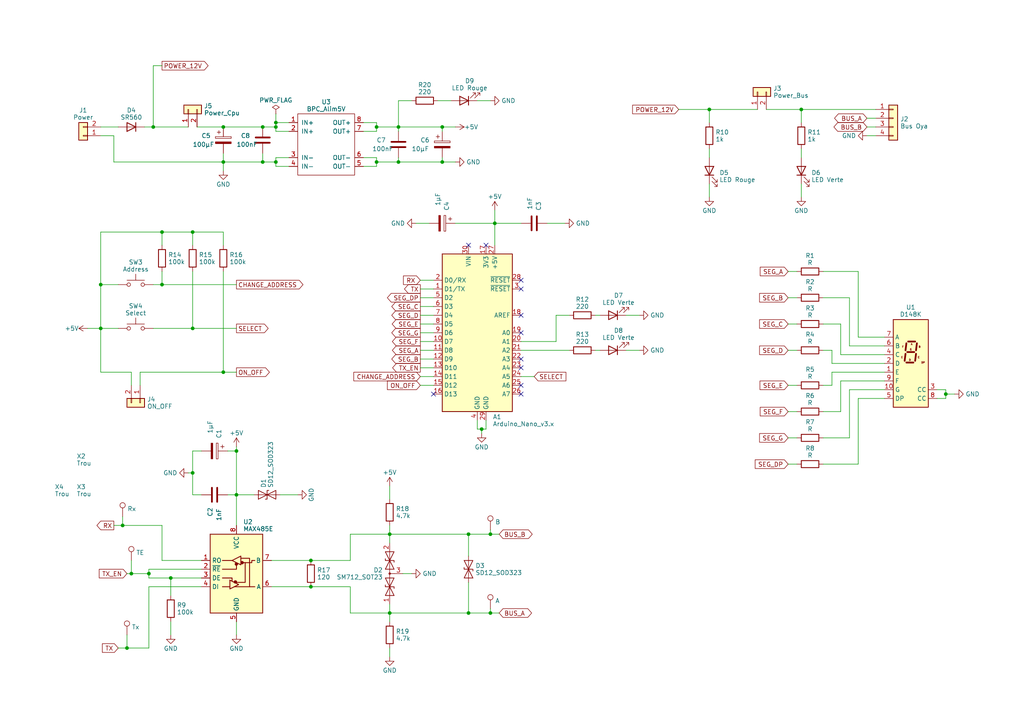
<source format=kicad_sch>
(kicad_sch (version 20230121) (generator eeschema)
  (paper "A4")
  (title_block (title "Carte testeur d'Oya") (date "2025-11-27") (rev "A0") (company "BPC") (comment 1 "Carte pour tester un Oya RS485") (comment 2 "Choix d'adresse + ON/OFF"))
  (lib_symbols
    (symbol "Connector:TestPoint" (pin_numbers hide) (pin_names (offset 0.762) hide)
      (property "Reference" "TP" (at 0 6.858 0))
      (property "Value" "TestPoint" (at 0 5.08 0))
      (symbol "TestPoint_1_1"
        (pin passive line (at 0 0 90) (length 2.54) (name "1") (number "1"))
      )
    )
    (symbol "Connector_Generic:Conn_01x02" (pin_names (offset 1.016) hide)
      (property "Reference" "J" (at 0 2.54 0))
      (property "Value" "Conn_01x02" (at 0 -5.08 0))
      (symbol "Conn_01x02_1_1"
        (pin passive line (at -5.08 0 0) (length 3.81) (name "Pin_1") (number "1"))
        (pin passive line (at -5.08 -2.54 0) (length 3.81) (name "Pin_2") (number "2"))
      )
    )
    (symbol "Connector_Generic:Conn_01x04" (pin_names (offset 1.016) hide)
      (property "Reference" "J" (at 0 5.08 0))
      (property "Value" "Conn_01x04" (at 0 -7.62 0))
      (symbol "Conn_01x04_1_1"
        (pin passive line (at -5.08 2.54 0) (length 3.81) (name "Pin_1") (number "1"))
        (pin passive line (at -5.08 0 0) (length 3.81) (name "Pin_2") (number "2"))
        (pin passive line (at -5.08 -2.54 0) (length 3.81) (name "Pin_3") (number "3"))
        (pin passive line (at -5.08 -5.08 0) (length 3.81) (name "Pin_4") (number "4"))
      )
    )
    (symbol "Device:C" (pin_numbers hide) (pin_names (offset 0.254))
      (property "Reference" "C" (at 0.635 2.54 0))
      (property "Value" "C" (at 0.635 -2.54 0))
      (symbol "C_1_1"
        (pin passive line (at 0 3.81 270) (length 2.794) (name "~") (number "1"))
        (pin passive line (at 0 -3.81 90) (length 2.794) (name "~") (number "2"))
      )
    )
    (symbol "Device:C_Polarized" (pin_numbers hide) (pin_names (offset 0.254))
      (property "Reference" "C" (at 0.635 2.54 0))
      (property "Value" "C_Polarized" (at 0.635 -2.54 0))
      (symbol "C_Polarized_1_1"
        (pin passive line (at 0 3.81 270) (length 2.794) (name "~") (number "1"))
        (pin passive line (at 0 -3.81 90) (length 2.794) (name "~") (number "2"))
      )
    )
    (symbol "Device:D" (pin_numbers hide) (pin_names (offset 1.016) hide)
      (property "Reference" "D" (at 0 2.54 0))
      (property "Value" "D" (at 0 -2.54 0))
      (symbol "D_1_1"
        (pin passive line (at -3.81 0 0) (length 2.54) (name "K") (number "1"))
        (pin passive line (at 3.81 0 180) (length 2.54) (name "A") (number "2"))
      )
    )
    (symbol "Device:LED" (pin_numbers hide) (pin_names (offset 1.016) hide)
      (property "Reference" "D" (at 0 2.54 0))
      (property "Value" "LED" (at 0 -2.54 0))
      (symbol "LED_1_1"
        (pin passive line (at -3.81 0 0) (length 2.54) (name "K") (number "1"))
        (pin passive line (at 3.81 0 180) (length 2.54) (name "A") (number "2"))
      )
    )
    (symbol "Device:R" (pin_numbers hide) (pin_names (offset 0))
      (property "Reference" "R" (at 2.032 0 90))
      (property "Value" "R" (at 0 0 90))
      (symbol "R_1_1"
        (pin passive line (at 0 3.81 270) (length 1.27) (name "~") (number "1"))
        (pin passive line (at 0 -3.81 90) (length 1.27) (name "~") (number "2"))
      )
    )
    (symbol "Diode:SD12_SOD323" (pin_numbers hide) (pin_names (offset 1.016) hide)
      (property "Reference" "D" (at 0 2.54 0))
      (property "Value" "SD12_SOD323" (at 0 -2.54 0))
      (symbol "SD12_SOD323_1_1"
        (pin passive line (at -3.81 0 0) (length 2.54) (name "A1") (number "1"))
        (pin passive line (at 3.81 0 180) (length 2.54) (name "A2") (number "2"))
      )
    )
    (symbol "Diode:SM712_SOT23" (pin_names (offset 1.016) hide)
      (property "Reference" "D" (at 0 4.445 0))
      (property "Value" "SM712_SOT23" (at 0 2.54 0))
      (symbol "SM712_SOT23_1_1"
        (pin passive line (at -8.89 0 0) (length 2.54) (name "A1") (number "1"))
        (pin passive line (at 8.89 0 180) (length 2.54) (name "A2") (number "2"))
        (pin input line (at 0 -3.81 90) (length 2.54) (name "common") (number "3"))
      )
    )
    (symbol "Switch:SW_Push" (pin_numbers hide) (pin_names (offset 1.016) hide)
      (property "Reference" "SW" (at 1.27 2.54 0))
      (property "Value" "SW_Push" (at 0 -1.524 0))
      (symbol "SW_Push_0_1"
        (pin passive line (at -5.08 0 0) (length 2.54) (name "1") (number "1"))
        (pin passive line (at 5.08 0 180) (length 2.54) (name "2") (number "2"))
      )
    )
    (symbol "bpc:Arduino_Nano_v3.x"
      (property "Reference" "A" (at -10.16 23.495 0))
      (property "Value" "Arduino_Nano_v3.x" (at 5.08 -24.13 0))
      (symbol "Arduino_Nano_v3.x_1_1"
        (pin bidirectional line (at -12.7 12.7 0) (length 2.54) (name "D1/TX") (number "1"))
        (pin bidirectional line (at -12.7 -2.54 0) (length 2.54) (name "D7") (number "10"))
        (pin bidirectional line (at -12.7 -5.08 0) (length 2.54) (name "D8") (number "11"))
        (pin bidirectional line (at -12.7 -7.62 0) (length 2.54) (name "D9") (number "12"))
        (pin bidirectional line (at -12.7 -10.16 0) (length 2.54) (name "D10") (number "13"))
        (pin bidirectional line (at -12.7 -12.7 0) (length 2.54) (name "D11") (number "14"))
        (pin bidirectional line (at -12.7 -15.24 0) (length 2.54) (name "D12") (number "15"))
        (pin bidirectional line (at -12.7 -17.78 0) (length 2.54) (name "D13") (number "16"))
        (pin power_out line (at 2.54 25.4 270) (length 2.54) (name "3V3") (number "17"))
        (pin input line (at 12.7 5.08 180) (length 2.54) (name "AREF") (number "18"))
        (pin bidirectional line (at 12.7 0 180) (length 2.54) (name "A0") (number "19"))
        (pin bidirectional line (at -12.7 15.24 0) (length 2.54) (name "D0/RX") (number "2"))
        (pin bidirectional line (at 12.7 -2.54 180) (length 2.54) (name "A1") (number "20"))
        (pin bidirectional line (at 12.7 -5.08 180) (length 2.54) (name "A2") (number "21"))
        (pin bidirectional line (at 12.7 -7.62 180) (length 2.54) (name "A3") (number "22"))
        (pin bidirectional line (at 12.7 -10.16 180) (length 2.54) (name "A4") (number "23"))
        (pin bidirectional line (at 12.7 -12.7 180) (length 2.54) (name "A5") (number "24"))
        (pin bidirectional line (at 12.7 -15.24 180) (length 2.54) (name "A6") (number "25"))
        (pin bidirectional line (at 12.7 -17.78 180) (length 2.54) (name "A7") (number "26"))
        (pin power_out line (at 5.08 25.4 270) (length 2.54) (name "+5V") (number "27"))
        (pin input line (at 12.7 15.24 180) (length 2.54) (name "~{RESET}") (number "28"))
        (pin power_in line (at 2.54 -25.4 90) (length 2.54) (name "GND") (number "29"))
        (pin input line (at 12.7 12.7 180) (length 2.54) (name "~{RESET}") (number "3"))
        (pin power_in line (at -2.54 25.4 270) (length 2.54) (name "VIN") (number "30"))
        (pin power_in line (at 0 -25.4 90) (length 2.54) (name "GND") (number "4"))
        (pin bidirectional line (at -12.7 10.16 0) (length 2.54) (name "D2") (number "5"))
        (pin bidirectional line (at -12.7 7.62 0) (length 2.54) (name "D3") (number "6"))
        (pin bidirectional line (at -12.7 5.08 0) (length 2.54) (name "D4") (number "7"))
        (pin bidirectional line (at -12.7 2.54 0) (length 2.54) (name "D5") (number "8"))
        (pin bidirectional line (at -12.7 0 0) (length 2.54) (name "D6") (number "9"))
      )
    )
    (symbol "bpc:BPC_7SEG_D148K"
      (property "Reference" "U" (at -2.54 13.97 0))
      (property "Value" "D148K" (at 1.27 13.97 0))
      (symbol "BPC_7SEG_D148K_0_0"
        (text "A" (at 0.254 5.588 0) (effects (font (size 0.508 0.508))))
        (text "B" (at 2.54 4.826 0) (effects (font (size 0.508 0.508))))
        (text "C" (at 2.286 1.778 0) (effects (font (size 0.508 0.508))))
        (text "D" (at -0.254 1.016 0) (effects (font (size 0.508 0.508))))
        (text "DP" (at 3.556 0.254 0) (effects (font (size 0.508 0.508))))
        (text "E" (at -2.54 1.778 0) (effects (font (size 0.508 0.508))))
        (text "F" (at -2.286 4.826 0) (effects (font (size 0.508 0.508))))
        (text "G" (at 0 4.064 0) (effects (font (size 0.508 0.508))))
      )
      (symbol "BPC_7SEG_D148K_1_1"
        (pin input line (at -7.62 -2.54 0) (length 2.54) (name "E") (number "1"))
        (pin input line (at -7.62 -7.62 0) (length 2.54) (name "G") (number "10"))
        (pin input line (at -7.62 0 0) (length 2.54) (name "D") (number "2"))
        (pin input line (at 7.62 -7.62 180) (length 2.54) (name "CC") (number "3"))
        (pin input line (at -7.62 2.54 0) (length 2.54) (name "C") (number "4"))
        (pin input line (at -7.62 -10.16 0) (length 2.54) (name "DP") (number "5"))
        (pin input line (at -7.62 5.08 0) (length 2.54) (name "B") (number "6"))
        (pin input line (at -7.62 7.62 0) (length 2.54) (name "A") (number "7"))
        (pin input line (at 7.62 -10.16 180) (length 2.54) (name "CC") (number "8"))
        (pin input line (at -7.62 -5.08 0) (length 2.54) (name "F") (number "9"))
      )
    )
    (symbol "bpc:BPC_Alim5V" (pin_names (offset 1.016))
      (property "Reference" "U" (at 6.35 6.35 0))
      (property "Value" "BPC_Alim5V" (at 11.43 3.81 0))
      (symbol "BPC_Alim5V_1_1"
        (pin power_in line (at -2.54 0 0) (length 2.54) (name "IN+") (number "1"))
        (pin power_in line (at -2.54 -2.54 0) (length 2.54) (name "IN+") (number "2"))
        (pin power_in line (at -2.54 -10.16 0) (length 2.54) (name "IN-") (number "3"))
        (pin power_in line (at -2.54 -12.7 0) (length 2.54) (name "IN-") (number "4"))
        (pin power_out line (at 19.05 -12.7 180) (length 2.54) (name "OUT-") (number "5"))
        (pin passive line (at 19.05 -10.16 180) (length 2.54) (name "OUT-") (number "6"))
        (pin passive line (at 19.05 -2.54 180) (length 2.54) (name "OUT+") (number "7"))
        (pin power_out line (at 19.05 0 180) (length 2.54) (name "OUT+") (number "8"))
      )
    )
    (symbol "bpc:BPC_MAX485E"
      (property "Reference" "U" (at -6.096 11.43 0))
      (property "Value" "MAX485E" (at 0.762 11.43 0))
      (property "Fabricant" "Analog Devices" (at 0 0 0))
      (property "Fournisseur" "Farnell" (at 0 0 0))
      (property "RefFabricant" "MAX485ESA+" (at 0 0 0))
      (property "RefFournisseur" "2519382" (at 0 0 0))
      (symbol "BPC_MAX485E_1_1"
        (pin output line (at -10.16 2.54 0) (length 2.54) (name "RO") (number "1"))
        (pin input line (at -10.16 0 0) (length 2.54) (name "~{RE}") (number "2"))
        (pin input line (at -10.16 -2.54 0) (length 2.54) (name "DE") (number "3"))
        (pin input line (at -10.16 -5.08 0) (length 2.54) (name "DI") (number "4"))
        (pin power_in line (at 0 -15.24 90) (length 2.54) (name "GND") (number "5"))
        (pin bidirectional line (at 10.16 -5.08 180) (length 2.54) (name "A") (number "6"))
        (pin bidirectional line (at 10.16 2.54 180) (length 2.54) (name "B") (number "7"))
        (pin power_in line (at 0 12.7 270) (length 2.54) (name "VCC") (number "8"))
      )
    )
    (symbol "bpc:BPC_TROU"
      (property "Reference" "X" (at 0 0 0))
      (property "Value" "Trou" (at 0 -1.27 0))
    )
    (symbol "power:+5V" (power) (pin_names (offset 0))
      (property "Value" "+5V" (at 0 3.556 0))
      (symbol "+5V_1_1"
        (pin power_in line (at 0 0 90) (length 0) hide (name "+5V") (number "1"))
      )
    )
    (symbol "power:GND" (power) (pin_names (offset 0))
      (property "Value" "GND" (at 0 -3.81 0))
      (symbol "GND_1_1"
        (pin power_in line (at 0 0 270) (length 0) hide (name "GND") (number "1"))
      )
    )
    (symbol "power:PWR_FLAG" (power) (pin_numbers hide) (pin_names (offset 0) hide)
      (property "Value" "PWR_FLAG" (at 0 3.81 0))
      (symbol "PWR_FLAG_0_0"
        (pin power_out line (at 0 0 90) (length 0) (name "pwr") (number "1"))
      )
    )
  )
  (junction (at 76.2 36.83))
  (junction (at 90.17 170.18))
  (junction (at 128.27 46.99))
  (junction (at 205.74 31.75))
  (junction (at 135.89 177.8))
  (junction (at 46.99 67.31))
  (junction (at 55.88 67.31))
  (junction (at 76.2 46.99))
  (junction (at 36.83 187.96))
  (junction (at 80.01 35.56))
  (junction (at 38.1 166.37))
  (junction (at 113.03 154.94))
  (junction (at 232.41 31.75))
  (junction (at 64.77 36.83))
  (junction (at 55.88 137.16))
  (junction (at 109.22 36.83))
  (junction (at 139.7 124.46))
  (junction (at 115.57 36.83))
  (junction (at 142.24 154.94))
  (junction (at 64.77 107.95))
  (junction (at 68.58 130.81))
  (junction (at 68.58 143.51))
  (junction (at 135.89 154.94))
  (junction (at 90.17 162.56))
  (junction (at 49.53 167.64))
  (junction (at 29.21 95.25))
  (junction (at 274.32 114.3))
  (junction (at 55.88 95.25))
  (junction (at 142.24 177.8))
  (junction (at 80.01 36.83))
  (junction (at 44.45 36.83))
  (junction (at 64.77 46.99))
  (junction (at 109.22 46.99))
  (junction (at 113.03 177.8))
  (junction (at 115.57 46.99))
  (junction (at 46.99 82.55))
  (junction (at 43.18 166.37))
  (junction (at 29.21 82.55))
  (junction (at 80.01 46.99))
  (junction (at 128.27 36.83))
  (junction (at 143.51 64.77))
  (junction (at 35.56 152.4))
  (no_connect (at 151.13 91.44))
  (no_connect (at 151.13 106.68))
  (no_connect (at 151.13 83.82))
  (no_connect (at 151.13 104.14))
  (no_connect (at 125.73 114.3))
  (no_connect (at 151.13 96.52))
  (no_connect (at 140.97 71.12))
  (no_connect (at 151.13 81.28))
  (no_connect (at 151.13 114.3))
  (no_connect (at 151.13 111.76))
  (no_connect (at 135.89 71.12))
  (wire (pts (xy 121.92 93.98) (xy 125.73 93.98)))
  (wire (pts (xy 248.92 78.74) (xy 238.76 78.74)))
  (wire (pts (xy 232.41 31.75) (xy 232.41 35.56)))
  (wire (pts (xy 25.4 95.25) (xy 29.21 95.25)))
  (wire (pts (xy 44.45 82.55) (xy 46.99 82.55)))
  (wire (pts (xy 58.42 143.51) (xy 55.88 143.51)))
  (wire (pts (xy 101.6 177.8) (xy 101.6 170.18)))
  (wire (pts (xy 49.53 167.64) (xy 58.42 167.64)))
  (wire (pts (xy 68.58 143.51) (xy 68.58 152.4)))
  (wire (pts (xy 105.41 35.56) (xy 109.22 35.56)))
  (wire (pts (xy 115.57 36.83) (xy 115.57 38.1)))
  (wire (pts (xy 78.74 170.18) (xy 90.17 170.18)))
  (wire (pts (xy 46.99 82.55) (xy 46.99 78.74)))
  (wire (pts (xy 80.01 45.72) (xy 83.82 45.72)))
  (wire (pts (xy 243.84 102.87) (xy 243.84 93.98)))
  (wire (pts (xy 248.92 115.57) (xy 256.54 115.57)))
  (wire (pts (xy 78.74 162.56) (xy 90.17 162.56)))
  (wire (pts (xy 44.45 95.25) (xy 55.88 95.25)))
  (wire (pts (xy 80.01 46.99) (xy 80.01 45.72)))
  (wire (pts (xy 64.77 36.83) (xy 76.2 36.83)))
  (wire (pts (xy 196.85 31.75) (xy 205.74 31.75)))
  (wire (pts (xy 256.54 113.03) (xy 246.38 113.03)))
  (wire (pts (xy 121.92 111.76) (xy 125.73 111.76)))
  (wire (pts (xy 161.29 91.44) (xy 165.1 91.44)))
  (wire (pts (xy 58.42 162.56) (xy 46.99 162.56)))
  (wire (pts (xy 83.82 38.1) (xy 80.01 38.1)))
  (wire (pts (xy 105.41 38.1) (xy 109.22 38.1)))
  (wire (pts (xy 66.04 143.51) (xy 68.58 143.51)))
  (wire (pts (xy 205.74 31.75) (xy 205.74 35.56)))
  (wire (pts (xy 121.92 109.22) (xy 125.73 109.22)))
  (wire (pts (xy 228.6 93.98) (xy 231.14 93.98)))
  (wire (pts (xy 43.18 166.37) (xy 43.18 167.64)))
  (wire (pts (xy 105.41 45.72) (xy 109.22 45.72)))
  (wire (pts (xy 121.92 96.52) (xy 125.73 96.52)))
  (wire (pts (xy 43.18 165.1) (xy 58.42 165.1)))
  (wire (pts (xy 57.15 36.83) (xy 64.77 36.83)))
  (wire (pts (xy 81.28 143.51) (xy 86.36 143.51)))
  (wire (pts (xy 128.27 36.83) (xy 128.27 38.1)))
  (wire (pts (xy 135.89 154.94) (xy 142.24 154.94)))
  (wire (pts (xy 121.92 99.06) (xy 125.73 99.06)))
  (wire (pts (xy 113.03 177.8) (xy 135.89 177.8)))
  (wire (pts (xy 143.51 64.77) (xy 143.51 71.12)))
  (wire (pts (xy 36.83 187.96) (xy 43.18 187.96)))
  (wire (pts (xy 241.3 101.6) (xy 238.76 101.6)))
  (wire (pts (xy 256.54 97.79) (xy 248.92 97.79)))
  (wire (pts (xy 64.77 67.31) (xy 64.77 71.12)))
  (wire (pts (xy 135.89 154.94) (xy 135.89 161.29)))
  (wire (pts (xy 228.6 101.6) (xy 231.14 101.6)))
  (wire (pts (xy 246.38 100.33) (xy 246.38 86.36)))
  (wire (pts (xy 113.03 175.26) (xy 113.03 177.8)))
  (wire (pts (xy 29.21 82.55) (xy 29.21 67.31)))
  (wire (pts (xy 113.03 140.97) (xy 113.03 144.78)))
  (wire (pts (xy 101.6 154.94) (xy 113.03 154.94)))
  (wire (pts (xy 115.57 46.99) (xy 128.27 46.99)))
  (wire (pts (xy 142.24 177.8) (xy 144.78 177.8)))
  (wire (pts (xy 68.58 143.51) (xy 73.66 143.51)))
  (wire (pts (xy 205.74 53.34) (xy 205.74 57.15)))
  (wire (pts (xy 29.21 107.95) (xy 38.1 107.95)))
  (wire (pts (xy 101.6 162.56) (xy 101.6 154.94)))
  (wire (pts (xy 55.88 95.25) (xy 55.88 78.74)))
  (wire (pts (xy 228.6 127) (xy 231.14 127)))
  (wire (pts (xy 109.22 46.99) (xy 115.57 46.99)))
  (wire (pts (xy 121.92 88.9) (xy 125.73 88.9)))
  (wire (pts (xy 113.03 154.94) (xy 113.03 157.48)))
  (wire (pts (xy 158.75 64.77) (xy 163.83 64.77)))
  (wire (pts (xy 44.45 36.83) (xy 54.61 36.83)))
  (wire (pts (xy 33.02 39.37) (xy 29.21 39.37)))
  (wire (pts (xy 40.64 107.95) (xy 64.77 107.95)))
  (wire (pts (xy 29.21 107.95) (xy 29.21 95.25)))
  (wire (pts (xy 138.43 29.21) (xy 142.24 29.21)))
  (wire (pts (xy 115.57 36.83) (xy 128.27 36.83)))
  (wire (pts (xy 205.74 31.75) (xy 219.71 31.75)))
  (wire (pts (xy 246.38 127) (xy 238.76 127)))
  (wire (pts (xy 128.27 45.72) (xy 128.27 46.99)))
  (wire (pts (xy 132.08 64.77) (xy 143.51 64.77)))
  (wire (pts (xy 43.18 167.64) (xy 49.53 167.64)))
  (wire (pts (xy 142.24 154.94) (xy 144.78 154.94)))
  (wire (pts (xy 135.89 168.91) (xy 135.89 177.8)))
  (wire (pts (xy 29.21 95.25) (xy 34.29 95.25)))
  (wire (pts (xy 172.72 101.6) (xy 173.99 101.6)))
  (wire (pts (xy 222.25 31.75) (xy 232.41 31.75)))
  (wire (pts (xy 246.38 86.36) (xy 238.76 86.36)))
  (wire (pts (xy 248.92 97.79) (xy 248.92 78.74)))
  (wire (pts (xy 181.61 101.6) (xy 185.42 101.6)))
  (wire (pts (xy 115.57 29.21) (xy 115.57 36.83)))
  (wire (pts (xy 55.88 67.31) (xy 55.88 71.12)))
  (wire (pts (xy 121.92 101.6) (xy 125.73 101.6)))
  (wire (pts (xy 109.22 45.72) (xy 109.22 46.99)))
  (wire (pts (xy 38.1 111.76) (xy 38.1 107.95)))
  (wire (pts (xy 80.01 36.83) (xy 80.01 35.56)))
  (wire (pts (xy 115.57 45.72) (xy 115.57 46.99)))
  (wire (pts (xy 228.6 134.62) (xy 231.14 134.62)))
  (wire (pts (xy 274.32 115.57) (xy 271.78 115.57)))
  (wire (pts (xy 109.22 36.83) (xy 115.57 36.83)))
  (wire (pts (xy 33.02 46.99) (xy 33.02 39.37)))
  (wire (pts (xy 105.41 48.26) (xy 109.22 48.26)))
  (wire (pts (xy 161.29 91.44) (xy 161.29 99.06)))
  (wire (pts (xy 143.51 60.96) (xy 143.51 64.77)))
  (wire (pts (xy 64.77 46.99) (xy 64.77 49.53)))
  (wire (pts (xy 246.38 113.03) (xy 246.38 127)))
  (wire (pts (xy 172.72 91.44) (xy 173.99 91.44)))
  (wire (pts (xy 76.2 36.83) (xy 80.01 36.83)))
  (wire (pts (xy 241.3 111.76) (xy 238.76 111.76)))
  (wire (pts (xy 29.21 67.31) (xy 46.99 67.31)))
  (wire (pts (xy 161.29 99.06) (xy 151.13 99.06)))
  (wire (pts (xy 90.17 170.18) (xy 101.6 170.18)))
  (wire (pts (xy 43.18 170.18) (xy 58.42 170.18)))
  (wire (pts (xy 256.54 100.33) (xy 246.38 100.33)))
  (wire (pts (xy 241.3 105.41) (xy 241.3 101.6)))
  (wire (pts (xy 113.03 154.94) (xy 135.89 154.94)))
  (wire (pts (xy 243.84 93.98) (xy 238.76 93.98)))
  (wire (pts (xy 33.02 152.4) (xy 35.56 152.4)))
  (wire (pts (xy 109.22 38.1) (xy 109.22 36.83)))
  (wire (pts (xy 68.58 129.54) (xy 68.58 130.81)))
  (wire (pts (xy 64.77 46.99) (xy 76.2 46.99)))
  (wire (pts (xy 121.92 106.68) (xy 125.73 106.68)))
  (wire (pts (xy 38.1 162.56) (xy 38.1 166.37)))
  (wire (pts (xy 238.76 119.38) (xy 243.84 119.38)))
  (wire (pts (xy 143.51 64.77) (xy 151.13 64.77)))
  (wire (pts (xy 46.99 19.05) (xy 44.45 19.05)))
  (wire (pts (xy 251.46 36.83) (xy 254 36.83)))
  (wire (pts (xy 80.01 35.56) (xy 83.82 35.56)))
  (wire (pts (xy 127 29.21) (xy 130.81 29.21)))
  (wire (pts (xy 251.46 34.29) (xy 254 34.29)))
  (wire (pts (xy 38.1 166.37) (xy 43.18 166.37)))
  (wire (pts (xy 228.6 111.76) (xy 231.14 111.76)))
  (wire (pts (xy 238.76 134.62) (xy 248.92 134.62)))
  (wire (pts (xy 228.6 86.36) (xy 231.14 86.36)))
  (wire (pts (xy 121.92 104.14) (xy 125.73 104.14)))
  (wire (pts (xy 29.21 36.83) (xy 34.29 36.83)))
  (wire (pts (xy 36.83 166.37) (xy 38.1 166.37)))
  (wire (pts (xy 232.41 53.34) (xy 232.41 57.15)))
  (wire (pts (xy 34.29 187.96) (xy 36.83 187.96)))
  (wire (pts (xy 113.03 152.4) (xy 113.03 154.94)))
  (wire (pts (xy 43.18 187.96) (xy 43.18 170.18)))
  (wire (pts (xy 120.65 64.77) (xy 124.46 64.77)))
  (wire (pts (xy 80.01 38.1) (xy 80.01 36.83)))
  (wire (pts (xy 68.58 130.81) (xy 68.58 143.51)))
  (wire (pts (xy 46.99 152.4) (xy 46.99 162.56)))
  (wire (pts (xy 228.6 119.38) (xy 231.14 119.38)))
  (wire (pts (xy 44.45 19.05) (xy 44.45 36.83)))
  (wire (pts (xy 228.6 78.74) (xy 231.14 78.74)))
  (wire (pts (xy 135.89 177.8) (xy 142.24 177.8)))
  (wire (pts (xy 36.83 184.15) (xy 36.83 187.96)))
  (wire (pts (xy 55.88 137.16) (xy 55.88 130.81)))
  (wire (pts (xy 55.88 143.51) (xy 55.88 137.16)))
  (wire (pts (xy 55.88 130.81) (xy 58.42 130.81)))
  (wire (pts (xy 140.97 124.46) (xy 140.97 121.92)))
  (wire (pts (xy 256.54 107.95) (xy 241.3 107.95)))
  (wire (pts (xy 76.2 46.99) (xy 80.01 46.99)))
  (wire (pts (xy 274.32 114.3) (xy 274.32 115.57)))
  (wire (pts (xy 139.7 124.46) (xy 138.43 124.46)))
  (wire (pts (xy 121.92 91.44) (xy 125.73 91.44)))
  (wire (pts (xy 33.02 46.99) (xy 64.77 46.99)))
  (wire (pts (xy 64.77 107.95) (xy 64.77 78.74)))
  (wire (pts (xy 232.41 43.18) (xy 232.41 45.72)))
  (wire (pts (xy 80.01 48.26) (xy 80.01 46.99)))
  (wire (pts (xy 115.57 29.21) (xy 119.38 29.21)))
  (wire (pts (xy 121.92 83.82) (xy 125.73 83.82)))
  (wire (pts (xy 274.32 114.3) (xy 276.86 114.3)))
  (wire (pts (xy 128.27 36.83) (xy 132.08 36.83)))
  (wire (pts (xy 151.13 101.6) (xy 165.1 101.6)))
  (wire (pts (xy 241.3 107.95) (xy 241.3 111.76)))
  (wire (pts (xy 83.82 48.26) (xy 80.01 48.26)))
  (wire (pts (xy 116.84 166.37) (xy 119.38 166.37)))
  (wire (pts (xy 121.92 86.36) (xy 125.73 86.36)))
  (wire (pts (xy 243.84 110.49) (xy 256.54 110.49)))
  (wire (pts (xy 90.17 162.56) (xy 101.6 162.56)))
  (wire (pts (xy 35.56 149.86) (xy 35.56 152.4)))
  (wire (pts (xy 55.88 95.25) (xy 68.58 95.25)))
  (wire (pts (xy 29.21 95.25) (xy 29.21 82.55)))
  (wire (pts (xy 54.61 137.16) (xy 55.88 137.16)))
  (wire (pts (xy 109.22 35.56) (xy 109.22 36.83)))
  (wire (pts (xy 113.03 177.8) (xy 113.03 180.34)))
  (wire (pts (xy 142.24 153.67) (xy 142.24 154.94)))
  (wire (pts (xy 66.04 130.81) (xy 68.58 130.81)))
  (wire (pts (xy 181.61 91.44) (xy 185.42 91.44)))
  (wire (pts (xy 248.92 134.62) (xy 248.92 115.57)))
  (wire (pts (xy 271.78 113.03) (xy 274.32 113.03)))
  (wire (pts (xy 49.53 180.34) (xy 49.53 184.15)))
  (wire (pts (xy 68.58 180.34) (xy 68.58 184.15)))
  (wire (pts (xy 274.32 113.03) (xy 274.32 114.3)))
  (wire (pts (xy 64.77 44.45) (xy 64.77 46.99)))
  (wire (pts (xy 251.46 39.37) (xy 254 39.37)))
  (wire (pts (xy 46.99 67.31) (xy 46.99 71.12)))
  (wire (pts (xy 35.56 152.4) (xy 46.99 152.4)))
  (wire (pts (xy 113.03 187.96) (xy 113.03 190.5)))
  (wire (pts (xy 139.7 125.73) (xy 139.7 124.46)))
  (wire (pts (xy 76.2 44.45) (xy 76.2 46.99)))
  (wire (pts (xy 232.41 31.75) (xy 254 31.75)))
  (wire (pts (xy 243.84 119.38) (xy 243.84 110.49)))
  (wire (pts (xy 109.22 48.26) (xy 109.22 46.99)))
  (wire (pts (xy 256.54 105.41) (xy 241.3 105.41)))
  (wire (pts (xy 49.53 167.64) (xy 49.53 172.72)))
  (wire (pts (xy 80.01 33.02) (xy 80.01 35.56)))
  (wire (pts (xy 41.91 36.83) (xy 44.45 36.83)))
  (wire (pts (xy 64.77 107.95) (xy 68.58 107.95)))
  (wire (pts (xy 46.99 82.55) (xy 68.58 82.55)))
  (wire (pts (xy 46.99 67.31) (xy 55.88 67.31)))
  (wire (pts (xy 113.03 177.8) (xy 101.6 177.8)))
  (wire (pts (xy 151.13 109.22) (xy 154.94 109.22)))
  (wire (pts (xy 121.92 81.28) (xy 125.73 81.28)))
  (wire (pts (xy 256.54 102.87) (xy 243.84 102.87)))
  (wire (pts (xy 29.21 82.55) (xy 34.29 82.55)))
  (wire (pts (xy 139.7 124.46) (xy 140.97 124.46)))
  (wire (pts (xy 55.88 67.31) (xy 64.77 67.31)))
  (wire (pts (xy 40.64 111.76) (xy 40.64 107.95)))
  (wire (pts (xy 138.43 124.46) (xy 138.43 121.92)))
  (wire (pts (xy 205.74 43.18) (xy 205.74 45.72)))
  (wire (pts (xy 43.18 165.1) (xy 43.18 166.37)))
  (wire (pts (xy 128.27 46.99) (xy 132.08 46.99)))
  (wire (pts (xy 142.24 176.53) (xy 142.24 177.8)))
  (global_label "POWER_12V" (shape input) (at 196.85 31.75 180) (property "Intersheetrefs" "${INTERSHEET_REFS}" (effects hide)))
  (global_label "SEG_G" (shape output) (at 121.92 96.52 180) (property "Intersheetrefs" "${INTERSHEET_REFS}" (effects hide)))
  (global_label "SEG_D" (shape output) (at 121.92 91.44 180) (property "Intersheetrefs" "${INTERSHEET_REFS}" (effects hide)))
  (global_label "TX" (shape output) (at 121.92 83.82 180) (property "Intersheetrefs" "${INTERSHEET_REFS}" (effects hide)))
  (global_label "RX" (shape output) (at 33.02 152.4 180) (property "Intersheetrefs" "${INTERSHEET_REFS}" (effects hide)))
  (global_label "CHANGE_ADDRESS" (shape output) (at 68.58 82.55 0) (property "Intersheetrefs" "${INTERSHEET_REFS}" (effects hide)))
  (global_label "ON_OFF" (shape output) (at 68.58 107.95 0) (property "Intersheetrefs" "${INTERSHEET_REFS}" (effects hide)))
  (global_label "SELECT" (shape input) (at 154.94 109.22 0) (property "Intersheetrefs" "${INTERSHEET_REFS}" (effects hide)))
  (global_label "SEG_F" (shape output) (at 121.92 99.06 180) (property "Intersheetrefs" "${INTERSHEET_REFS}" (effects hide)))
  (global_label "SEG_C" (shape input) (at 228.6 93.98 180) (property "Intersheetrefs" "${INTERSHEET_REFS}" (effects hide)))
  (global_label "BUS_A" (shape tri_state) (at 251.46 34.29 180) (property "Intersheetrefs" "${INTERSHEET_REFS}" (effects hide)))
  (global_label "SEG_DP" (shape output) (at 121.92 86.36 180) (property "Intersheetrefs" "${INTERSHEET_REFS}" (effects hide)))
  (global_label "SEG_A" (shape input) (at 228.6 78.74 180) (property "Intersheetrefs" "${INTERSHEET_REFS}" (effects hide)))
  (global_label "RX" (shape input) (at 121.92 81.28 180) (property "Intersheetrefs" "${INTERSHEET_REFS}" (effects hide)))
  (global_label "SEG_DP" (shape input) (at 228.6 134.62 180) (property "Intersheetrefs" "${INTERSHEET_REFS}" (effects hide)))
  (global_label "TX" (shape input) (at 34.29 187.96 180) (property "Intersheetrefs" "${INTERSHEET_REFS}" (effects hide)))
  (global_label "TX_EN" (shape output) (at 121.92 106.68 180) (property "Intersheetrefs" "${INTERSHEET_REFS}" (effects hide)))
  (global_label "ON_OFF" (shape input) (at 121.92 111.76 180) (property "Intersheetrefs" "${INTERSHEET_REFS}" (effects hide)))
  (global_label "SEG_G" (shape input) (at 228.6 127 180) (property "Intersheetrefs" "${INTERSHEET_REFS}" (effects hide)))
  (global_label "SEG_B" (shape input) (at 228.6 86.36 180) (property "Intersheetrefs" "${INTERSHEET_REFS}" (effects hide)))
  (global_label "TX_EN" (shape input) (at 36.83 166.37 180) (property "Intersheetrefs" "${INTERSHEET_REFS}" (effects hide)))
  (global_label "SEG_B" (shape output) (at 121.92 104.14 180) (property "Intersheetrefs" "${INTERSHEET_REFS}" (effects hide)))
  (global_label "SEG_C" (shape output) (at 121.92 88.9 180) (property "Intersheetrefs" "${INTERSHEET_REFS}" (effects hide)))
  (global_label "SELECT" (shape output) (at 68.58 95.25 0) (property "Intersheetrefs" "${INTERSHEET_REFS}" (effects hide)))
  (global_label "BUS_B" (shape tri_state) (at 251.46 36.83 180) (property "Intersheetrefs" "${INTERSHEET_REFS}" (effects hide)))
  (global_label "CHANGE_ADDRESS" (shape input) (at 121.92 109.22 180) (property "Intersheetrefs" "${INTERSHEET_REFS}" (effects hide)))
  (global_label "BUS_A" (shape tri_state) (at 144.78 177.8 0) (property "Intersheetrefs" "${INTERSHEET_REFS}" (effects hide)))
  (global_label "SEG_F" (shape input) (at 228.6 119.38 180) (property "Intersheetrefs" "${INTERSHEET_REFS}" (effects hide)))
  (global_label "POWER_12V" (shape output) (at 46.99 19.05 0) (property "Intersheetrefs" "${INTERSHEET_REFS}" (effects hide)))
  (global_label "SEG_D" (shape input) (at 228.6 101.6 180) (property "Intersheetrefs" "${INTERSHEET_REFS}" (effects hide)))
  (global_label "BUS_B" (shape tri_state) (at 144.78 154.94 0) (property "Intersheetrefs" "${INTERSHEET_REFS}" (effects hide)))
  (global_label "SEG_E" (shape input) (at 228.6 111.76 180) (property "Intersheetrefs" "${INTERSHEET_REFS}" (effects hide)))
  (global_label "SEG_A" (shape output) (at 121.92 101.6 180) (property "Intersheetrefs" "${INTERSHEET_REFS}" (effects hide)))
  (global_label "SEG_E" (shape output) (at 121.92 93.98 180) (property "Intersheetrefs" "${INTERSHEET_REFS}" (effects hide)))
  (symbol (lib_id "Connector_Generic:Conn_01x02") (at 219.71 26.67 90) (unit 1)
    (property "Reference" "J3" (at 224.282 25.646 90) (effects (justify right)))
    (property "Value" "Power_Bus" (at 224.282 27.694 90) (effects (justify right)))
    (property "Footprint" "Connector_PinHeader_2.54mm:PinHeader_1x02_P2.54mm_Vertical" (effects hide))
  )
  (symbol (lib_id "power:GND") (at 132.08 46.99 90) (unit 1)
    (property "Reference" "#PWR013" (effects hide))
    (property "Value" "GND" (at 135.255 46.99 90) (effects (justify right)))
  )
  (symbol (lib_id "Device:R") (at 168.91 101.6 90) (unit 1)
    (property "Reference" "R13" (at 168.91 97.004 90))
    (property "Value" "220" (at 168.91 99.052 90))
    (property "Footprint" "Resistor_SMD:R_0805_2012Metric_Pad1.20x1.40mm_HandSolder" (effects hide))
    (property "RefFabricant" "MCHVR05JTEW1003" (effects hide))
    (property "RefFournisseur" "2826073" (effects hide))
    (property "Fabricant" "MULTICOMP PRO" (effects hide))
    (property "Fournisseur" "Farnell" (effects hide))
    (property "Description" "Résistance 100 kOhms" (effects hide))
    (property "Price" "0,0522" (effects hide))
  )
  (symbol (lib_id "Device:LED") (at 232.41 49.53 90) (unit 1)
    (property "Reference" "D6" (at 235.331 50.0935 90) (effects (justify right)))
    (property "Value" "LED Verte" (at 235.331 52.1415 90) (effects (justify right)))
    (property "Footprint" "LED_THT:LED_D3.0mm_FlatTop" (effects hide))
  )
  (symbol (lib_id "power:GND") (at 86.36 143.51 90) (unit 1)
    (property "Reference" "#PWR06" (effects hide))
    (property "Value" "GND" (at 90.305 143.51 0))
  )
  (symbol (lib_id "Switch:SW_Push") (at 39.37 82.55 0) (unit 1)
    (property "Reference" "SW3" (at 39.37 76.049 0))
    (property "Value" "Address" (at 39.37 78.097 0))
    (property "Footprint" "Button_Switch_THT:SW_PUSH_6mm" (effects hide))
  )
  (symbol (lib_id "power:GND") (at 185.42 101.6 90) (unit 1)
    (property "Reference" "#PWR019" (effects hide))
    (property "Value" "GND" (at 188.595 101.6 90) (effects (justify right)))
  )
  (symbol (lib_id "Device:C_Polarized") (at 128.27 64.77 270) (unit 1)
    (property "Reference" "C4" (at 129.54 58.42 0) (effects (justify left)))
    (property "Value" "1µF" (at 127 55.88 0) (effects (justify left)))
    (property "Footprint" "Capacitor_SMD:C_0805_2012Metric_Pad1.18x1.45mm_HandSolder" (effects hide))
    (property "RefFabricant" "C0603C104K1RACTU" (effects hide))
    (property "RefFournisseur" "4199453" (effects hide))
    (property "Fabricant" "KEMET" (effects hide))
    (property "Fournisseur" "Farnell" (effects hide))
    (property "Description" "Condensateur céramique 100nF" (effects hide))
    (property "Price" "0,42" (effects hide))
  )
  (symbol (lib_id "bpc:BPC_7SEG_D148K") (at 264.16 105.41 0) (unit 1)
    (property "Reference" "U1" (at 264.16 89.13 0))
    (property "Value" "D148K" (at 264.16 91.178 0))
    (property "Footprint" "bpc:BPC_7SEG_D1X8K" (effects hide))
    (property "Datasheet" "https://ia800903.us.archive.org/24/items/CTKD1x8K/Cromatek%20D168K.pdf" (effects hide))
  )
  (symbol (lib_id "Device:LED") (at 177.8 101.6 180) (unit 1)
    (property "Reference" "D8" (at 179.3875 95.861 0))
    (property "Value" "LED Verte" (at 179.3875 97.909 0))
    (property "Footprint" "LED_THT:LED_D3.0mm_FlatTop" (effects hide))
  )
  (symbol (lib_id "Device:R") (at 46.99 74.93 0) (unit 1)
    (property "Reference" "R14" (at 48.768 73.906 0) (effects (justify left)))
    (property "Value" "100k" (at 48.768 75.954 0) (effects (justify left)))
    (property "Footprint" "Resistor_SMD:R_0805_2012Metric_Pad1.20x1.40mm_HandSolder" (effects hide))
    (property "RefFabricant" "MCHVR05JTEW1003" (effects hide))
    (property "RefFournisseur" "2826073" (effects hide))
    (property "Fabricant" "MULTICOMP PRO" (effects hide))
    (property "Fournisseur" "Farnell" (effects hide))
    (property "Description" "Résistance 100 kOhms" (effects hide))
    (property "Price" "0,0522" (effects hide))
  )
  (symbol (lib_id "power:GND") (at 185.42 91.44 90) (unit 1)
    (property "Reference" "#PWR018" (effects hide))
    (property "Value" "GND" (at 188.595 91.44 90) (effects (justify right)))
  )
  (symbol (lib_id "Switch:SW_Push") (at 39.37 95.25 0) (unit 1)
    (property "Reference" "SW4" (at 39.37 88.749 0))
    (property "Value" "Select" (at 39.37 90.797 0))
    (property "Footprint" "Button_Switch_THT:SW_PUSH_6mm" (effects hide))
  )
  (symbol (lib_id "Device:C") (at 115.57 41.91 0) (unit 1)
    (property "Reference" "C7" (at 109.22 40.64 0) (effects (justify left)))
    (property "Value" "100nF" (at 107.95 43.18 0) (effects (justify left)))
    (property "Footprint" "Capacitor_SMD:C_0805_2012Metric_Pad1.18x1.45mm_HandSolder" (effects hide))
    (property "RefFabricant" "C0603C104K1RACTU" (effects hide))
    (property "RefFournisseur" "4199453" (effects hide))
    (property "Fabricant" "KEMET" (effects hide))
    (property "Fournisseur" "Farnell" (effects hide))
    (property "Description" "Condensateur céramique 100nF" (effects hide))
    (property "Price" "0,42" (effects hide))
  )
  (symbol (lib_id "Device:C_Polarized") (at 64.77 40.64 0) (unit 1)
    (property "Reference" "C5" (at 58.42 39.37 0) (effects (justify left)))
    (property "Value" "100µF" (at 55.88 41.91 0) (effects (justify left)))
    (property "Footprint" "Capacitor_THT:CP_Radial_D8.0mm_P3.50mm" (effects hide))
    (property "RefFabricant" "C0603C104K1RACTU" (effects hide))
    (property "RefFournisseur" "4199453" (effects hide))
    (property "Fabricant" "KEMET" (effects hide))
    (property "Fournisseur" "Farnell" (effects hide))
    (property "Description" "Condensateur céramique 100nF" (effects hide))
    (property "Price" "0,42" (effects hide))
  )
  (symbol (lib_id "power:PWR_FLAG") (at 80.01 33.02 0) (unit 1)
    (property "Reference" "#FLG01" (effects hide))
    (property "Value" "PWR_FLAG" (at 80.01 29.075 0))
  )
  (symbol (lib_id "Connector_Generic:Conn_01x02") (at 24.13 39.37 180) (unit 1)
    (property "Reference" "J1" (at 24.13 31.98 0))
    (property "Value" "Power" (at 24.13 34.028 0))
    (property "Footprint" "TerminalBlock_Phoenix:TerminalBlock_Phoenix_MKDS-1,5-2-5.08_1x02_P5.08mm_Horizontal" (effects hide))
  )
  (symbol (lib_id "Connector:TestPoint") (at 38.1 162.56 0) (unit 1)
    (property "Reference" "TP3" (effects hide))
    (property "Value" "TE" (at 39.497 160.282 0) (effects (justify left)))
    (property "Footprint" "TestPoint:TestPoint_Pad_D2.0mm" (effects hide))
    (property "Price" "0" (effects hide))
  )
  (symbol (lib_id "Device:R") (at 234.95 119.38 90) (unit 1)
    (property "Reference" "R6" (at 234.95 114.784 90))
    (property "Value" "R" (at 234.95 116.832 90))
    (property "Footprint" "Resistor_SMD:R_0805_2012Metric_Pad1.20x1.40mm_HandSolder" (effects hide))
  )
  (symbol (lib_id "Device:R") (at 234.95 93.98 90) (unit 1)
    (property "Reference" "R3" (at 234.95 89.384 90))
    (property "Value" "R" (at 234.95 91.432 90))
    (property "Footprint" "Resistor_SMD:R_0805_2012Metric_Pad1.20x1.40mm_HandSolder" (effects hide))
  )
  (symbol (lib_id "Device:R") (at 234.95 134.62 90) (unit 1)
    (property "Reference" "R8" (at 234.95 130.024 90))
    (property "Value" "R" (at 234.95 132.072 90))
    (property "Footprint" "Resistor_SMD:R_0805_2012Metric_Pad1.20x1.40mm_HandSolder" (effects hide))
  )
  (symbol (lib_id "power:GND") (at 54.61 137.16 270) (unit 1)
    (property "Reference" "#PWR03" (effects hide))
    (property "Value" "GND" (at 51.4351 137.16 90) (effects (justify right)))
  )
  (symbol (lib_id "bpc:BPC_Alim5V") (at 86.36 35.56 0) (unit 1)
    (property "Reference" "U3" (at 94.615 29.567 0))
    (property "Value" "BPC_Alim5V" (at 94.615 31.615 0))
    (property "Footprint" "bpc:BPC_Alim5V" (effects hide))
  )
  (symbol (lib_id "Device:R") (at 49.53 176.53 0) (unit 1)
    (property "Reference" "R9" (at 51.308 175.506 0) (effects (justify left)))
    (property "Value" "100k" (at 51.308 177.554 0) (effects (justify left)))
    (property "Footprint" "Resistor_SMD:R_0805_2012Metric_Pad1.20x1.40mm_HandSolder" (effects hide))
    (property "RefFabricant" "MCHVR05JTEW1003" (effects hide))
    (property "RefFournisseur" "2826073" (effects hide))
    (property "Fabricant" "MULTICOMP PRO" (effects hide))
    (property "Fournisseur" "Farnell" (effects hide))
    (property "Description" "Résistance 100 kOhms" (effects hide))
    (property "Price" "0,0522" (effects hide))
  )
  (symbol (lib_id "Connector:TestPoint") (at 35.56 149.86 0) (unit 1)
    (property "Reference" "TP1" (effects hide))
    (property "Value" "Rx" (at 36.957 147.582 0) (effects (justify left)))
    (property "Footprint" "TestPoint:TestPoint_Pad_D2.0mm" (effects hide))
    (property "Price" "0" (effects hide))
  )
  (symbol (lib_id "power:GND") (at 251.46 39.37 270) (unit 1)
    (property "Reference" "#PWR014" (effects hide))
    (property "Value" "GND" (at 248.2851 39.37 90) (effects (justify right)))
  )
  (symbol (lib_id "Device:C_Polarized") (at 62.23 130.81 270) (unit 1)
    (property "Reference" "C1" (at 63.5 124.46 0) (effects (justify left)))
    (property "Value" "1µF" (at 60.96 121.92 0) (effects (justify left)))
    (property "Footprint" "Capacitor_SMD:C_0805_2012Metric_Pad1.18x1.45mm_HandSolder" (effects hide))
    (property "RefFabricant" "C0603C104K1RACTU" (effects hide))
    (property "RefFournisseur" "4199453" (effects hide))
    (property "Fabricant" "KEMET" (effects hide))
    (property "Fournisseur" "Farnell" (effects hide))
    (property "Description" "Condensateur céramique 100nF" (effects hide))
    (property "Price" "0,42" (effects hide))
  )
  (symbol (lib_id "Device:R") (at 234.95 127 90) (unit 1)
    (property "Reference" "R7" (at 234.95 122.404 90))
    (property "Value" "R" (at 234.95 124.452 90))
    (property "Footprint" "Resistor_SMD:R_0805_2012Metric_Pad1.20x1.40mm_HandSolder" (effects hide))
  )
  (symbol (lib_id "Device:R") (at 234.95 101.6 90) (unit 1)
    (property "Reference" "R4" (at 234.95 97.004 90))
    (property "Value" "R" (at 234.95 99.052 90))
    (property "Footprint" "Resistor_SMD:R_0805_2012Metric_Pad1.20x1.40mm_HandSolder" (effects hide))
  )
  (symbol (lib_id "power:GND") (at 113.03 190.5 0) (unit 1)
    (property "Reference" "#PWR021" (effects hide))
    (property "Value" "GND" (at 113.03 194.445 0))
  )
  (symbol (lib_id "power:GND") (at 205.74 57.15 0) (unit 1)
    (property "Reference" "#PWR016" (effects hide))
    (property "Value" "GND" (at 205.74 61.095 0))
  )
  (symbol (lib_id "bpc:BPC_MAX485E") (at 68.58 165.1 0) (unit 1)
    (property "Reference" "U2" (at 70.5359 151.36 0) (effects (justify left)))
    (property "Value" "MAX485E" (at 70.5359 153.408 0) (effects (justify left)))
    (property "Footprint" "bpc:BPC_MAX485E_SOIC127P600X175-8N" (effects hide))
    (property "Datasheet" "https://datasheets.maximintegrated.com/en/ds/MAX1487E-MAX491E.pdf" (effects hide))
    (property "Fabricant" "Analog Devices" (effects hide))
    (property "Fournisseur" "Farnell" (effects hide))
    (property "RefFabricant" "MAX485ESA+" (effects hide))
    (property "RefFournisseur" "2519382" (effects hide))
  )
  (symbol (lib_id "Device:LED") (at 134.62 29.21 180) (unit 1)
    (property "Reference" "D9" (at 136.2075 23.471 0))
    (property "Value" "LED Rouge" (at 136.2075 25.519 0))
    (property "Footprint" "LED_THT:LED_D3.0mm_FlatTop" (effects hide))
  )
  (symbol (lib_id "Device:LED") (at 177.8 91.44 180) (unit 1)
    (property "Reference" "D7" (at 179.3875 85.701 0))
    (property "Value" "LED Verte" (at 179.3875 87.749 0))
    (property "Footprint" "LED_THT:LED_D3.0mm_FlatTop" (effects hide))
  )
  (symbol (lib_id "Diode:SM712_SOT23") (at 113.03 166.37 90) (unit 1)
    (property "Reference" "D2" (at 111.0234 165.346 90) (effects (justify left)))
    (property "Value" "SM712_SOT23" (at 111.0234 167.394 90) (effects (justify left)))
    (property "Footprint" "Package_TO_SOT_SMD:SOT-23" (effects hide))
    (property "Datasheet" "https://www.littelfuse.com/~/media/electronics/datasheets/tvs_diode_arrays/littelfuse_tvs_diode_array_sm712_datasheet.pdf.pdf" (effects hide))
    (property "RefFabricant" "SM712.TCT" (effects hide))
    (property "RefFournisseur" "1456395RL" (effects hide))
    (property "Fabricant" "SEMTECH" (effects hide))
    (property "Fournisseur" "Farnell" (effects hide))
    (property "Description" "Diode TVS" (effects hide))
    (property "Price" "1,1964" (effects hide))
  )
  (symbol (lib_id "Diode:SD12_SOD323") (at 135.89 165.1 90) (unit 1)
    (property "Reference" "D3" (at 137.8966 164.076 90) (effects (justify right)))
    (property "Value" "SD12_SOD323" (at 137.8966 166.124 90) (effects (justify right)))
    (property "Footprint" "Diode_SMD:D_SOD-323" (effects hide))
    (property "Datasheet" "https://www.littelfuse.com/~/media/electronics/datasheets/tvs_diode_arrays/littelfuse_tvs_diode_array_sd_c_datasheet.pdf.pdf" (effects hide))
    (property "RefFabricant" "SD12-7" (effects hide))
    (property "RefFournisseur" "3945781RL" (effects hide))
    (property "Fabricant" "DIODES INC" (effects hide))
    (property "Fournisseur" "Farnell" (effects hide))
    (property "Description" "Diodes TVS simples" (effects hide))
    (property "Price" "0,1272" (effects hide))
  )
  (symbol (lib_id "power:GND") (at 232.41 57.15 0) (unit 1)
    (property "Reference" "#PWR017" (effects hide))
    (property "Value" "GND" (at 232.41 61.095 0))
  )
  (symbol (lib_id "Device:C") (at 154.94 64.77 270) (unit 1)
    (property "Reference" "C3" (at 156.21 58.42 0) (effects (justify left)))
    (property "Value" "1nF" (at 153.67 57.15 0) (effects (justify left)))
    (property "Footprint" "Capacitor_SMD:C_0805_2012Metric_Pad1.18x1.45mm_HandSolder" (effects hide))
    (property "RefFabricant" "C0603C104K1RACTU" (effects hide))
    (property "RefFournisseur" "4199453" (effects hide))
    (property "Fabricant" "KEMET" (effects hide))
    (property "Fournisseur" "Farnell" (effects hide))
    (property "Description" "Condensateur céramique 100nF" (effects hide))
    (property "Price" "0,42" (effects hide))
  )
  (symbol (lib_id "power:GND") (at 276.86 114.3 90) (unit 1)
    (property "Reference" "#PWR01" (effects hide))
    (property "Value" "GND" (at 280.035 114.3 90) (effects (justify right)))
  )
  (symbol (lib_id "power:+5V") (at 113.03 140.97 0) (unit 1)
    (property "Reference" "#PWR022" (effects hide))
    (property "Value" "+5V" (at 113.03 137.025 0))
  )
  (symbol (lib_id "Device:R") (at 168.91 91.44 90) (unit 1)
    (property "Reference" "R12" (at 168.91 86.844 90))
    (property "Value" "220" (at 168.91 88.892 90))
    (property "Footprint" "Resistor_SMD:R_0805_2012Metric_Pad1.20x1.40mm_HandSolder" (effects hide))
    (property "RefFabricant" "MCHVR05JTEW1003" (effects hide))
    (property "RefFournisseur" "2826073" (effects hide))
    (property "Fabricant" "MULTICOMP PRO" (effects hide))
    (property "Fournisseur" "Farnell" (effects hide))
    (property "Description" "Résistance 100 kOhms" (effects hide))
    (property "Price" "0,0522" (effects hide))
  )
  (symbol (lib_id "Device:LED") (at 205.74 49.53 90) (unit 1)
    (property "Reference" "D5" (at 208.661 50.0935 90) (effects (justify right)))
    (property "Value" "LED Rouge" (at 208.661 52.1415 90) (effects (justify right)))
    (property "Footprint" "LED_THT:LED_D3.0mm_FlatTop" (effects hide))
  )
  (symbol (lib_id "bpc:Arduino_Nano_v3.x") (at 138.43 96.52 0) (unit 1)
    (property "Reference" "A1" (at 142.9259 120.912 0) (effects (justify left)))
    (property "Value" "Arduino_Nano_v3.x" (at 142.9259 122.96 0) (effects (justify left)))
    (property "Footprint" "bpc:BPC_Arduino_Nano" (effects hide))
    (property "Datasheet" "http://www.mouser.com/pdfdocs/Gravitech_Arduino_Nano3_0.pdf" (effects hide))
  )
  (symbol (lib_id "power:+5V") (at 143.51 60.96 0) (unit 1)
    (property "Reference" "#PWR09" (effects hide))
    (property "Value" "+5V" (at 143.51 57.015 0))
  )
  (symbol (lib_id "Device:R") (at 234.95 86.36 90) (unit 1)
    (property "Reference" "R2" (at 234.95 81.764 90))
    (property "Value" "R" (at 234.95 83.812 90))
    (property "Footprint" "Resistor_SMD:R_0805_2012Metric_Pad1.20x1.40mm_HandSolder" (effects hide))
  )
  (symbol (lib_id "Connector:TestPoint") (at 142.24 153.67 0) (unit 1)
    (property "Reference" "TP4" (effects hide))
    (property "Value" "B" (at 143.637 151.392 0) (effects (justify left)))
    (property "Footprint" "TestPoint:TestPoint_Pad_D2.0mm" (effects hide))
    (property "Price" "0" (effects hide))
  )
  (symbol (lib_id "bpc:BPC_TROU") (at 21.59 133.35 0) (unit 1)
    (property "Reference" "X2" (at 22.225 132.326 0) (effects (justify left)))
    (property "Value" "Trou" (at 22.225 134.374 0) (effects (justify left)))
    (property "Footprint" "bpc:BPC_Trou4mm_Fixation" (effects hide))
  )
  (symbol (lib_id "Device:R") (at 113.03 184.15 0) (unit 1)
    (property "Reference" "R19" (at 114.808 183.126 0) (effects (justify left)))
    (property "Value" "4.7k" (at 114.808 185.174 0) (effects (justify left)))
    (property "Footprint" "Resistor_THT:R_Axial_DIN0204_L3.6mm_D1.6mm_P5.08mm_Horizontal" (effects hide))
    (property "RefFabricant" "MCHVR05JTEW1003" (effects hide))
    (property "RefFournisseur" "2826073" (effects hide))
    (property "Fabricant" "MULTICOMP PRO" (effects hide))
    (property "Fournisseur" "Farnell" (effects hide))
    (property "Description" "Résistance 100 kOhms" (effects hide))
    (property "Price" "0,0522" (effects hide))
  )
  (symbol (lib_id "Device:R") (at 234.95 78.74 90) (unit 1)
    (property "Reference" "R1" (at 234.95 74.144 90))
    (property "Value" "R" (at 234.95 76.192 90))
    (property "Footprint" "Resistor_SMD:R_0805_2012Metric_Pad1.20x1.40mm_HandSolder" (effects hide))
  )
  (symbol (lib_id "power:+5V") (at 25.4 95.25 90) (unit 1)
    (property "Reference" "#PWR020" (effects hide))
    (property "Value" "+5V" (at 22.86 95.25 90) (effects (justify left)))
  )
  (symbol (lib_id "power:GND") (at 139.7 125.73 0) (unit 1)
    (property "Reference" "#PWR08" (effects hide))
    (property "Value" "GND" (at 139.7 129.675 0))
  )
  (symbol (lib_id "Connector:TestPoint") (at 142.24 176.53 0) (unit 1)
    (property "Reference" "TP5" (effects hide))
    (property "Value" "A" (at 143.637 174.252 0) (effects (justify left)))
    (property "Footprint" "TestPoint:TestPoint_Pad_D2.0mm" (effects hide))
    (property "Price" "0" (effects hide))
  )
  (symbol (lib_id "power:GND") (at 64.77 49.53 0) (unit 1)
    (property "Reference" "#PWR015" (effects hide))
    (property "Value" "GND" (at 64.77 53.475 0))
  )
  (symbol (lib_id "Device:R") (at 232.41 39.37 0) (unit 1)
    (property "Reference" "R11" (at 234.188 38.346 0) (effects (justify left)))
    (property "Value" "1k" (at 234.188 40.394 0) (effects (justify left)))
    (property "Footprint" "Resistor_SMD:R_0805_2012Metric_Pad1.20x1.40mm_HandSolder" (effects hide))
    (property "RefFabricant" "MCHVR05JTEW1003" (effects hide))
    (property "RefFournisseur" "2826073" (effects hide))
    (property "Fabricant" "MULTICOMP PRO" (effects hide))
    (property "Fournisseur" "Farnell" (effects hide))
    (property "Description" "Résistance 100 kOhms" (effects hide))
    (property "Price" "0,0522" (effects hide))
  )
  (symbol (lib_id "power:+5V") (at 132.08 36.83 270) (unit 1)
    (property "Reference" "#PWR012" (effects hide))
    (property "Value" "+5V" (at 134.62 36.83 90) (effects (justify left)))
  )
  (symbol (lib_id "bpc:BPC_TROU") (at 21.59 142.24 0) (unit 1)
    (property "Reference" "X3" (at 22.225 141.216 0) (effects (justify left)))
    (property "Value" "Trou" (at 22.225 143.264 0) (effects (justify left)))
    (property "Footprint" "bpc:BPC_Trou4mm_Fixation" (effects hide))
  )
  (symbol (lib_id "power:GND") (at 120.65 64.77 270) (unit 1)
    (property "Reference" "#PWR011" (effects hide))
    (property "Value" "GND" (at 117.4751 64.77 90) (effects (justify right)))
  )
  (symbol (lib_id "power:GND") (at 119.38 166.37 90) (unit 1)
    (property "Reference" "#PWR07" (effects hide))
    (property "Value" "GND" (at 122.555 166.37 90) (effects (justify right)))
  )
  (symbol (lib_id "Device:R") (at 205.74 39.37 0) (unit 1)
    (property "Reference" "R10" (at 207.518 38.346 0) (effects (justify left)))
    (property "Value" "1k" (at 207.518 40.394 0) (effects (justify left)))
    (property "Footprint" "Resistor_SMD:R_0805_2012Metric_Pad1.20x1.40mm_HandSolder" (effects hide))
    (property "RefFabricant" "MCHVR05JTEW1003" (effects hide))
    (property "RefFournisseur" "2826073" (effects hide))
    (property "Fabricant" "MULTICOMP PRO" (effects hide))
    (property "Fournisseur" "Farnell" (effects hide))
    (property "Description" "Résistance 100 kOhms" (effects hide))
    (property "Price" "0,0522" (effects hide))
  )
  (symbol (lib_id "power:GND") (at 68.58 184.15 0) (unit 1)
    (property "Reference" "#PWR05" (effects hide))
    (property "Value" "GND" (at 68.58 188.095 0))
  )
  (symbol (lib_id "Connector:TestPoint") (at 36.83 184.15 0) (unit 1)
    (property "Reference" "TP2" (effects hide))
    (property "Value" "Tx" (at 38.227 181.872 0) (effects (justify left)))
    (property "Footprint" "TestPoint:TestPoint_Pad_D2.0mm" (effects hide))
    (property "Price" "0" (effects hide))
  )
  (symbol (lib_id "Connector_Generic:Conn_01x02") (at 40.64 116.84 270) (unit 1)
    (property "Reference" "J4" (at 42.672 115.816 90) (effects (justify left)))
    (property "Value" "ON_OFF" (at 42.672 117.864 90) (effects (justify left)))
    (property "Footprint" "Connector_PinHeader_2.54mm:PinHeader_1x02_P2.54mm_Vertical" (effects hide))
  )
  (symbol (lib_id "Connector_Generic:Conn_01x04") (at 259.08 34.29 0) (unit 1)
    (property "Reference" "J2" (at 261.112 34.536 0) (effects (justify left)))
    (property "Value" "Bus Oya" (at 261.112 36.584 0) (effects (justify left)))
    (property "Footprint" "TerminalBlock_Phoenix:TerminalBlock_Phoenix_MKDS-1,5-4-5.08_1x04_P5.08mm_Horizontal" (effects hide))
  )
  (symbol (lib_id "power:GND") (at 142.24 29.21 90) (unit 1)
    (property "Reference" "#PWR023" (effects hide))
    (property "Value" "GND" (at 145.415 29.21 90) (effects (justify right)))
  )
  (symbol (lib_id "Connector_Generic:Conn_01x02") (at 54.61 31.75 90) (unit 1)
    (property "Reference" "J5" (at 59.182 30.726 90) (effects (justify right)))
    (property "Value" "Power_Cpu" (at 59.182 32.774 90) (effects (justify right)))
    (property "Footprint" "Connector_PinHeader_2.54mm:PinHeader_1x02_P2.54mm_Vertical" (effects hide))
  )
  (symbol (lib_id "Device:D") (at 38.1 36.83 180) (unit 1)
    (property "Reference" "D4" (at 38.1 31.98 0))
    (property "Value" "SR560" (at 38.1 34.028 0))
    (property "Footprint" "Diode_THT:D_DO-15_P12.70mm_Horizontal" (effects hide))
    (property "Sim.Device" "D" (effects hide))
    (property "Sim.Pins" "1=K 2=A" (effects hide))
    (property "RefFabricant" "SR560" (effects hide))
    (property "RefFournisseur" "2675411" (effects hide))
    (property "Fabricant" "MULTICOMP PRO" (effects hide))
    (property "Fournisseur" "Farnell" (effects hide))
    (property "Description" "Diode de redressement SR560" (effects hide))
    (property "Price" "0,5844" (effects hide))
  )
  (symbol (lib_id "Device:C") (at 62.23 143.51 90) (unit 1)
    (property "Reference" "C2" (at 60.96 149.86 0) (effects (justify left)))
    (property "Value" "1nF" (at 63.5 151.13 0) (effects (justify left)))
    (property "Footprint" "Capacitor_SMD:C_0805_2012Metric_Pad1.18x1.45mm_HandSolder" (effects hide))
    (property "RefFabricant" "C0603C104K1RACTU" (effects hide))
    (property "RefFournisseur" "4199453" (effects hide))
    (property "Fabricant" "KEMET" (effects hide))
    (property "Fournisseur" "Farnell" (effects hide))
    (property "Description" "Condensateur céramique 100nF" (effects hide))
    (property "Price" "0,42" (effects hide))
  )
  (symbol (lib_id "Diode:SD12_SOD323") (at 77.47 143.51 0) (unit 1)
    (property "Reference" "D1" (at 76.446 141.5034 90) (effects (justify left)))
    (property "Value" "SD12_SOD323" (at 78.494 141.5034 90) (effects (justify left)))
    (property "Footprint" "Diode_SMD:D_SOD-323" (effects hide))
    (property "Datasheet" "https://www.littelfuse.com/~/media/electronics/datasheets/tvs_diode_arrays/littelfuse_tvs_diode_array_sd_c_datasheet.pdf.pdf" (effects hide))
    (property "RefFabricant" "SD12-7" (effects hide))
    (property "RefFournisseur" "3945781RL" (effects hide))
    (property "Fabricant" "DIODES INC" (effects hide))
    (property "Fournisseur" "Farnell" (effects hide))
    (property "Description" "Diodes TVS simples" (effects hide))
    (property "Price" "0,1272" (effects hide))
  )
  (symbol (lib_id "Device:R") (at 234.95 111.76 90) (unit 1)
    (property "Reference" "R5" (at 234.95 107.164 90))
    (property "Value" "R" (at 234.95 109.212 90))
    (property "Footprint" "Resistor_SMD:R_0805_2012Metric_Pad1.20x1.40mm_HandSolder" (effects hide))
  )
  (symbol (lib_id "power:GND") (at 163.83 64.77 90) (unit 1)
    (property "Reference" "#PWR010" (effects hide))
    (property "Value" "GND" (at 167.005 64.77 90) (effects (justify right)))
  )
  (symbol (lib_id "Device:R") (at 64.77 74.93 0) (unit 1)
    (property "Reference" "R16" (at 66.548 73.906 0) (effects (justify left)))
    (property "Value" "100k" (at 66.548 75.954 0) (effects (justify left)))
    (property "Footprint" "Resistor_SMD:R_0805_2012Metric_Pad1.20x1.40mm_HandSolder" (effects hide))
    (property "RefFabricant" "MCHVR05JTEW1003" (effects hide))
    (property "RefFournisseur" "2826073" (effects hide))
    (property "Fabricant" "MULTICOMP PRO" (effects hide))
    (property "Fournisseur" "Farnell" (effects hide))
    (property "Description" "Résistance 100 kOhms" (effects hide))
    (property "Price" "0,0522" (effects hide))
  )
  (symbol (lib_id "Device:R") (at 55.88 74.93 0) (unit 1)
    (property "Reference" "R15" (at 57.658 73.906 0) (effects (justify left)))
    (property "Value" "100k" (at 57.658 75.954 0) (effects (justify left)))
    (property "Footprint" "Resistor_SMD:R_0805_2012Metric_Pad1.20x1.40mm_HandSolder" (effects hide))
    (property "RefFabricant" "MCHVR05JTEW1003" (effects hide))
    (property "RefFournisseur" "2826073" (effects hide))
    (property "Fabricant" "MULTICOMP PRO" (effects hide))
    (property "Fournisseur" "Farnell" (effects hide))
    (property "Description" "Résistance 100 kOhms" (effects hide))
    (property "Price" "0,0522" (effects hide))
  )
  (symbol (lib_id "Device:C") (at 76.2 40.64 0) (unit 1)
    (property "Reference" "C8" (at 69.85 39.37 0) (effects (justify left)))
    (property "Value" "100nF" (at 68.58 41.91 0) (effects (justify left)))
    (property "Footprint" "Capacitor_SMD:C_0805_2012Metric_Pad1.18x1.45mm_HandSolder" (effects hide))
    (property "RefFabricant" "C0603C104K1RACTU" (effects hide))
    (property "RefFournisseur" "4199453" (effects hide))
    (property "Fabricant" "KEMET" (effects hide))
    (property "Fournisseur" "Farnell" (effects hide))
    (property "Description" "Condensateur céramique 100nF" (effects hide))
    (property "Price" "0,42" (effects hide))
  )
  (symbol (lib_id "power:GND") (at 49.53 184.15 0) (unit 1)
    (property "Reference" "#PWR02" (effects hide))
    (property "Value" "GND" (at 49.53 188.095 0))
  )
  (symbol (lib_id "Device:R") (at 113.03 148.59 0) (unit 1)
    (property "Reference" "R18" (at 114.808 147.566 0) (effects (justify left)))
    (property "Value" "4.7k" (at 114.808 149.614 0) (effects (justify left)))
    (property "Footprint" "Resistor_THT:R_Axial_DIN0204_L3.6mm_D1.6mm_P5.08mm_Horizontal" (effects hide))
    (property "RefFabricant" "MCHVR05JTEW1003" (effects hide))
    (property "RefFournisseur" "2826073" (effects hide))
    (property "Fabricant" "MULTICOMP PRO" (effects hide))
    (property "Fournisseur" "Farnell" (effects hide))
    (property "Description" "Résistance 100 kOhms" (effects hide))
    (property "Price" "0,0522" (effects hide))
  )
  (symbol (lib_id "Device:R") (at 123.19 29.21 90) (unit 1)
    (property "Reference" "R20" (at 123.19 24.614 90))
    (property "Value" "220" (at 123.19 26.662 90))
    (property "Footprint" "Resistor_SMD:R_0805_2012Metric_Pad1.20x1.40mm_HandSolder" (effects hide))
    (property "RefFabricant" "MCHVR05JTEW1003" (effects hide))
    (property "RefFournisseur" "2826073" (effects hide))
    (property "Fabricant" "MULTICOMP PRO" (effects hide))
    (property "Fournisseur" "Farnell" (effects hide))
    (property "Description" "Résistance 100 kOhms" (effects hide))
    (property "Price" "0,0522" (effects hide))
  )
  (symbol (lib_id "Device:R") (at 90.17 166.37 0) (unit 1)
    (property "Reference" "R17" (at 91.948 165.346 0) (effects (justify left)))
    (property "Value" "120" (at 91.948 167.394 0) (effects (justify left)))
    (property "Footprint" "Resistor_THT:R_Axial_DIN0204_L3.6mm_D1.6mm_P5.08mm_Horizontal" (effects hide))
    (property "RefFabricant" "MCHVR05JTEW1003" (effects hide))
    (property "RefFournisseur" "2826073" (effects hide))
    (property "Fabricant" "MULTICOMP PRO" (effects hide))
    (property "Fournisseur" "Farnell" (effects hide))
    (property "Description" "Résistance 100 kOhms" (effects hide))
    (property "Price" "0,0522" (effects hide))
  )
  (symbol (lib_id "bpc:BPC_TROU") (at 15.24 142.24 0) (unit 1)
    (property "Reference" "X4" (at 15.875 141.216 0) (effects (justify left)))
    (property "Value" "Trou" (at 15.875 143.264 0) (effects (justify left)))
    (property "Footprint" "bpc:BPC_Trou4mm_Fixation" (effects hide))
  )
  (symbol (lib_id "power:+5V") (at 68.58 129.54 0) (unit 1)
    (property "Reference" "#PWR04" (effects hide))
    (property "Value" "+5V" (at 68.58 125.595 0))
  )
  (symbol (lib_id "Device:C_Polarized") (at 128.27 41.91 0) (unit 1)
    (property "Reference" "C6" (at 121.92 40.64 0) (effects (justify left)))
    (property "Value" "10µF" (at 119.38 43.18 0) (effects (justify left)))
    (property "Footprint" "Capacitor_THT:CP_Radial_D5.0mm_P2.50mm" (effects hide))
    (property "RefFabricant" "C0603C104K1RACTU" (effects hide))
    (property "RefFournisseur" "4199453" (effects hide))
    (property "Fabricant" "KEMET" (effects hide))
    (property "Fournisseur" "Farnell" (effects hide))
    (property "Description" "Condensateur céramique 100nF" (effects hide))
    (property "Price" "0,42" (effects hide))
  )
)
</source>
